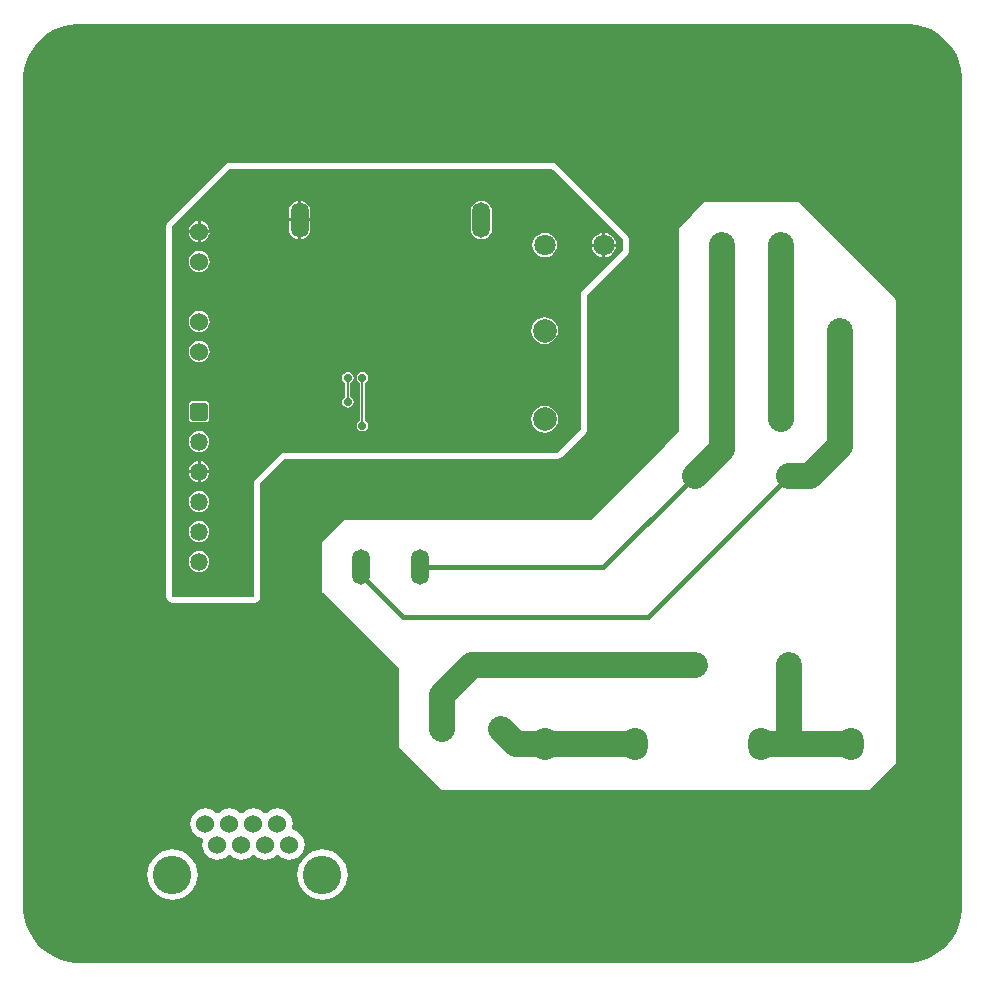
<source format=gbr>
%TF.GenerationSoftware,Altium Limited,Altium Designer,20.1.8 (145)*%
G04 Layer_Physical_Order=1*
G04 Layer_Color=2232046*
%FSLAX45Y45*%
%MOMM*%
%TF.SameCoordinates,6D2D8FCC-EB96-405E-AB85-A4400E8CD33B*%
%TF.FilePolarity,Positive*%
%TF.FileFunction,Copper,L1,Top,Signal*%
%TF.Part,Single*%
G01*
G75*
%TA.AperFunction,Conductor*%
%ADD10C,0.12700*%
%ADD11C,2.20000*%
%ADD12C,0.40640*%
%TA.AperFunction,ComponentPad*%
%ADD13C,1.52400*%
%ADD14C,3.25120*%
%ADD15C,1.80000*%
%ADD16C,2.00000*%
%ADD17C,1.50000*%
%ADD18O,2.20000X2.70000*%
%ADD19O,1.50000X3.00000*%
G04:AMPARAMS|DCode=20|XSize=1.5mm|YSize=1.45mm|CornerRadius=0.18125mm|HoleSize=0mm|Usage=FLASHONLY|Rotation=270.000|XOffset=0mm|YOffset=0mm|HoleType=Round|Shape=RoundedRectangle|*
%AMROUNDEDRECTD20*
21,1,1.50000,1.08750,0,0,270.0*
21,1,1.13750,1.45000,0,0,270.0*
1,1,0.36250,-0.54375,-0.56875*
1,1,0.36250,-0.54375,0.56875*
1,1,0.36250,0.54375,0.56875*
1,1,0.36250,0.54375,-0.56875*
%
%ADD20ROUNDEDRECTD20*%
%ADD21O,1.45000X1.50000*%
%TA.AperFunction,ViaPad*%
%ADD22C,5.00000*%
%ADD23C,0.70000*%
G36*
X7592691Y7965991D02*
X7652723Y7949906D01*
X7710141Y7926122D01*
X7763962Y7895049D01*
X7813268Y7857215D01*
X7857214Y7813269D01*
X7895049Y7763961D01*
X7926122Y7710141D01*
X7949906Y7652723D01*
X7965991Y7592691D01*
X7974104Y7531074D01*
X7974103Y7500000D01*
X7974104Y500000D01*
Y468926D01*
X7965991Y407308D01*
X7949906Y347277D01*
X7926122Y289858D01*
X7895049Y236038D01*
X7857215Y186731D01*
X7813269Y142786D01*
X7763961Y104950D01*
X7710141Y73877D01*
X7652723Y50093D01*
X7592692Y34008D01*
X7531074Y25896D01*
X468926D01*
X407308Y34008D01*
X347277Y50093D01*
X289858Y73877D01*
X236038Y104950D01*
X186731Y142785D01*
X142786Y186730D01*
X104950Y236038D01*
X73877Y289858D01*
X50093Y347277D01*
X34008Y407308D01*
X25896Y468926D01*
X25897Y500000D01*
X25896Y7500000D01*
Y7531074D01*
X34008Y7592692D01*
X50093Y7652723D01*
X73877Y7710141D01*
X104950Y7763962D01*
X142785Y7813268D01*
X186730Y7857214D01*
X236038Y7895049D01*
X289858Y7926122D01*
X347277Y7949906D01*
X407308Y7965991D01*
X468926Y7974104D01*
X7531074D01*
X7592691Y7965991D01*
D02*
G37*
%LPC*%
G36*
X4501593Y6799385D02*
X1773404Y6799383D01*
X1753894Y6795503D01*
X1737356Y6784452D01*
X1251552Y6298648D01*
X1240501Y6282109D01*
X1236620Y6262600D01*
X1236622Y3124201D01*
X1240502Y3104692D01*
X1251554Y3088153D01*
X1268092Y3077102D01*
X1287601Y3073221D01*
X1981199Y3073219D01*
X2000709Y3077100D01*
X2017248Y3088151D01*
X2028299Y3104689D01*
X2032179Y3124198D01*
X2032178Y4085081D01*
X2239508Y4292411D01*
X4546605Y4292424D01*
X4566114Y4296305D01*
X4582653Y4307356D01*
X4785850Y4510554D01*
X4796900Y4527093D01*
X4800781Y4546602D01*
X4800781Y5678685D01*
X5135868Y6013772D01*
X5135868Y6013772D01*
X5135869Y6013773D01*
X5141366Y6022000D01*
X5146919Y6030311D01*
X5146919Y6030312D01*
X5146919Y6030312D01*
X5148693Y6039233D01*
X5150799Y6049820D01*
X5150799Y6049821D01*
X5150799Y6049821D01*
X5150796Y6150185D01*
X5146915Y6169694D01*
X5141876Y6177235D01*
X5135865Y6186232D01*
X4537641Y6784454D01*
X4521102Y6795505D01*
X4501593Y6799385D01*
D02*
G37*
G36*
X6589443Y6461617D02*
X5790426Y6461498D01*
X5689169Y6360226D01*
X5683454Y6355345D01*
X5678564Y6349620D01*
X5578038Y6249079D01*
X5578037Y6104455D01*
X5577687Y6100000D01*
Y4524818D01*
X5455654Y4402786D01*
X5454204Y4401088D01*
X4826930Y3773814D01*
X2747725Y3773786D01*
X2556290Y3582353D01*
X2556294Y3162173D01*
X3201585Y2516865D01*
X3201586Y1852656D01*
X3568430Y1485833D01*
X7183649Y1485828D01*
X7287141Y1589320D01*
X7291046Y1592654D01*
X7294380Y1596559D01*
X7412582Y1714760D01*
X7412583Y5638616D01*
X6589443Y6461617D01*
D02*
G37*
G36*
X2176600Y1330089D02*
X2143655Y1325751D01*
X2112955Y1313035D01*
X2086593Y1292807D01*
X2083890Y1289284D01*
X2066110D01*
X2063407Y1292807D01*
X2037044Y1313035D01*
X2006345Y1325751D01*
X1973400Y1330089D01*
X1940455Y1325751D01*
X1909755Y1313035D01*
X1883393Y1292807D01*
X1880690Y1289284D01*
X1862910D01*
X1860207Y1292807D01*
X1833844Y1313035D01*
X1803145Y1325751D01*
X1770200Y1330089D01*
X1737255Y1325751D01*
X1706555Y1313035D01*
X1680193Y1292807D01*
X1677490Y1289284D01*
X1659710D01*
X1657007Y1292807D01*
X1630644Y1313035D01*
X1599945Y1325751D01*
X1567000Y1330089D01*
X1534055Y1325751D01*
X1503355Y1313035D01*
X1476993Y1292807D01*
X1456765Y1266445D01*
X1444048Y1235745D01*
X1439711Y1202800D01*
X1444048Y1169855D01*
X1456765Y1139155D01*
X1476993Y1112793D01*
X1503355Y1092565D01*
X1534055Y1079848D01*
X1539174Y1079175D01*
X1548064Y1063776D01*
X1545648Y1057945D01*
X1541311Y1025000D01*
X1545648Y992055D01*
X1558365Y961355D01*
X1578593Y934993D01*
X1604955Y914765D01*
X1635655Y902048D01*
X1668600Y897711D01*
X1701545Y902048D01*
X1732244Y914765D01*
X1758607Y934993D01*
X1761310Y938516D01*
X1779090D01*
X1781793Y934993D01*
X1808155Y914765D01*
X1838855Y902048D01*
X1871800Y897711D01*
X1904745Y902048D01*
X1935444Y914765D01*
X1961807Y934993D01*
X1964510Y938516D01*
X1982290D01*
X1984993Y934993D01*
X2011355Y914765D01*
X2042055Y902048D01*
X2075000Y897711D01*
X2107945Y902048D01*
X2138644Y914765D01*
X2165007Y934993D01*
X2167710Y938516D01*
X2185490D01*
X2188193Y934993D01*
X2214555Y914765D01*
X2245255Y902048D01*
X2278200Y897711D01*
X2311145Y902048D01*
X2341844Y914765D01*
X2368207Y934993D01*
X2388435Y961355D01*
X2401151Y992055D01*
X2405489Y1025000D01*
X2401151Y1057945D01*
X2388435Y1088645D01*
X2368207Y1115007D01*
X2341844Y1135235D01*
X2311145Y1147951D01*
X2306026Y1148625D01*
X2297136Y1164024D01*
X2299551Y1169855D01*
X2303889Y1202800D01*
X2299551Y1235745D01*
X2286835Y1266445D01*
X2266607Y1292807D01*
X2240244Y1313035D01*
X2209545Y1325751D01*
X2176600Y1330089D01*
D02*
G37*
G36*
X2557600Y984588D02*
X2515931Y980484D01*
X2475863Y968330D01*
X2438937Y948592D01*
X2406570Y922030D01*
X2380008Y889663D01*
X2360270Y852737D01*
X2348116Y812669D01*
X2344012Y771000D01*
X2348116Y729331D01*
X2360270Y689263D01*
X2380008Y652337D01*
X2406570Y619970D01*
X2438937Y593408D01*
X2475863Y573670D01*
X2515931Y561516D01*
X2557600Y557412D01*
X2599269Y561516D01*
X2639337Y573670D01*
X2676263Y593408D01*
X2708630Y619970D01*
X2735192Y652337D01*
X2754930Y689263D01*
X2767084Y729331D01*
X2771188Y771000D01*
X2767084Y812669D01*
X2754930Y852737D01*
X2735192Y889663D01*
X2708630Y922030D01*
X2676263Y948592D01*
X2639337Y968330D01*
X2599269Y980484D01*
X2557600Y984588D01*
D02*
G37*
G36*
X1287600D02*
X1245931Y980484D01*
X1205863Y968330D01*
X1168937Y948592D01*
X1136570Y922030D01*
X1110008Y889663D01*
X1090270Y852737D01*
X1078116Y812669D01*
X1074012Y771000D01*
X1078116Y729331D01*
X1090270Y689263D01*
X1110008Y652337D01*
X1136570Y619970D01*
X1168937Y593408D01*
X1205863Y573670D01*
X1245931Y561516D01*
X1287600Y557412D01*
X1329269Y561516D01*
X1369337Y573670D01*
X1406263Y593408D01*
X1438630Y619970D01*
X1465192Y652337D01*
X1484930Y689263D01*
X1497084Y729331D01*
X1501188Y771000D01*
X1497084Y812669D01*
X1484930Y852737D01*
X1465192Y889663D01*
X1438630Y922030D01*
X1406263Y948592D01*
X1369337Y968330D01*
X1329269Y980484D01*
X1287600Y984588D01*
D02*
G37*
%LPD*%
G36*
X5099817Y6150184D02*
X5099820Y6049820D01*
X4749801Y5699801D01*
X4749802Y4546602D01*
X4546605Y4343404D01*
X2218391Y4343391D01*
X1981198Y4106197D01*
X1981200Y3124199D01*
X1287601Y3124201D01*
X1287600Y6262600D01*
X1773404Y6748404D01*
X4501593Y6748406D01*
X5099817Y6150184D01*
D02*
G37*
%LPC*%
G36*
X2375898Y6474385D02*
Y6325299D01*
X2451657D01*
Y6387600D01*
X2448643Y6410495D01*
X2439806Y6431829D01*
X2425748Y6450149D01*
X2407428Y6464206D01*
X2386094Y6473043D01*
X2375898Y6474385D01*
D02*
G37*
G36*
X2350498Y6474385D02*
X2340306Y6473043D01*
X2318972Y6464206D01*
X2300652Y6450149D01*
X2286594Y6431829D01*
X2277757Y6410495D01*
X2274743Y6387600D01*
Y6325299D01*
X2350498D01*
Y6474385D01*
D02*
G37*
G36*
X1525900Y6302995D02*
Y6227696D01*
X1601196D01*
X1599812Y6238207D01*
X1590854Y6259834D01*
X1576604Y6278404D01*
X1558034Y6292654D01*
X1536408Y6301612D01*
X1525900Y6302995D01*
D02*
G37*
G36*
X1500500D02*
X1489993Y6301612D01*
X1468367Y6292654D01*
X1449796Y6278404D01*
X1435546Y6259834D01*
X1426588Y6238207D01*
X1425205Y6227696D01*
X1500500D01*
Y6302995D01*
D02*
G37*
G36*
X2350498Y6299899D02*
X2274743D01*
Y6237600D01*
X2277757Y6214706D01*
X2286594Y6193372D01*
X2300652Y6175052D01*
X2318972Y6160995D01*
X2340306Y6152158D01*
X2350498Y6150816D01*
Y6299899D01*
D02*
G37*
G36*
X2451657D02*
X2375898D01*
Y6150815D01*
X2386094Y6152158D01*
X2407428Y6160995D01*
X2425748Y6175052D01*
X2439806Y6193372D01*
X2448643Y6214706D01*
X2451657Y6237600D01*
Y6299899D01*
D02*
G37*
G36*
X3903200Y6476057D02*
X3880306Y6473043D01*
X3858972Y6464206D01*
X3840652Y6450149D01*
X3826594Y6431829D01*
X3817757Y6410495D01*
X3814743Y6387600D01*
Y6237600D01*
X3817757Y6214706D01*
X3826594Y6193372D01*
X3840652Y6175052D01*
X3858972Y6160995D01*
X3880306Y6152158D01*
X3903200Y6149144D01*
X3926094Y6152158D01*
X3947428Y6160995D01*
X3965748Y6175052D01*
X3979806Y6193372D01*
X3988643Y6214706D01*
X3991656Y6237600D01*
Y6387600D01*
X3988643Y6410495D01*
X3979806Y6431829D01*
X3965748Y6450149D01*
X3947428Y6464206D01*
X3926094Y6473043D01*
X3903200Y6476057D01*
D02*
G37*
G36*
X1500500Y6202296D02*
X1425206D01*
X1426588Y6191793D01*
X1435546Y6170166D01*
X1449796Y6151596D01*
X1468367Y6137346D01*
X1489993Y6128388D01*
X1500500Y6127005D01*
Y6202296D01*
D02*
G37*
G36*
X1601195D02*
X1525900D01*
Y6127005D01*
X1536408Y6128388D01*
X1558034Y6137346D01*
X1576604Y6151596D01*
X1590854Y6170166D01*
X1599812Y6191793D01*
X1601195Y6202296D01*
D02*
G37*
G36*
X4951500Y6201914D02*
Y6112700D01*
X5040714D01*
X5038856Y6126810D01*
X5028508Y6151793D01*
X5012046Y6173246D01*
X4990593Y6189708D01*
X4965610Y6200056D01*
X4951500Y6201914D01*
D02*
G37*
G36*
X4926100D02*
X4911990Y6200056D01*
X4887007Y6189708D01*
X4865553Y6173246D01*
X4849092Y6151793D01*
X4838743Y6126810D01*
X4836886Y6112700D01*
X4926100D01*
Y6201914D01*
D02*
G37*
G36*
X5040714Y6087300D02*
X4951500D01*
Y5998086D01*
X4965610Y5999943D01*
X4990593Y6010292D01*
X5012046Y6026753D01*
X5028508Y6048207D01*
X5038856Y6073190D01*
X5040714Y6087300D01*
D02*
G37*
G36*
X4926100D02*
X4836886D01*
X4838743Y6073190D01*
X4849092Y6048207D01*
X4865553Y6026753D01*
X4887007Y6010292D01*
X4911990Y5999943D01*
X4926100Y5998086D01*
Y6087300D01*
D02*
G37*
G36*
X4438800Y6203586D02*
X4411990Y6200056D01*
X4387007Y6189708D01*
X4365553Y6173246D01*
X4349092Y6151793D01*
X4338743Y6126810D01*
X4335214Y6100000D01*
X4338743Y6073190D01*
X4349092Y6048207D01*
X4365553Y6026753D01*
X4387007Y6010292D01*
X4411990Y5999943D01*
X4438800Y5996414D01*
X4465610Y5999943D01*
X4490593Y6010292D01*
X4512046Y6026753D01*
X4528508Y6048207D01*
X4538856Y6073190D01*
X4542386Y6100000D01*
X4538856Y6126810D01*
X4528508Y6151793D01*
X4512046Y6173246D01*
X4490593Y6189708D01*
X4465610Y6200056D01*
X4438800Y6203586D01*
D02*
G37*
G36*
X1513200Y6050667D02*
X1489993Y6047612D01*
X1468367Y6038654D01*
X1449796Y6024404D01*
X1435546Y6005834D01*
X1426588Y5984207D01*
X1423533Y5961000D01*
X1426588Y5937793D01*
X1435546Y5916166D01*
X1449796Y5897596D01*
X1468367Y5883346D01*
X1489993Y5874388D01*
X1513200Y5871333D01*
X1536408Y5874388D01*
X1558034Y5883346D01*
X1576604Y5897596D01*
X1590854Y5916166D01*
X1599812Y5937793D01*
X1602867Y5961000D01*
X1599812Y5984207D01*
X1590854Y6005834D01*
X1576604Y6024404D01*
X1558034Y6038654D01*
X1536408Y6047612D01*
X1513200Y6050667D01*
D02*
G37*
G36*
Y5542667D02*
X1489993Y5539612D01*
X1468367Y5530654D01*
X1449796Y5516404D01*
X1435546Y5497834D01*
X1426588Y5476207D01*
X1423533Y5453000D01*
X1426588Y5429793D01*
X1435546Y5408166D01*
X1449796Y5389596D01*
X1468367Y5375346D01*
X1489993Y5366388D01*
X1513200Y5363333D01*
X1536408Y5366388D01*
X1558034Y5375346D01*
X1576604Y5389596D01*
X1590854Y5408166D01*
X1599812Y5429793D01*
X1602867Y5453000D01*
X1599812Y5476207D01*
X1590854Y5497834D01*
X1576604Y5516404D01*
X1558034Y5530654D01*
X1536408Y5539612D01*
X1513200Y5542667D01*
D02*
G37*
G36*
X4438800Y5489673D02*
X4409379Y5485799D01*
X4381964Y5474443D01*
X4358421Y5456378D01*
X4340357Y5432836D01*
X4329000Y5405420D01*
X4325127Y5376000D01*
X4329000Y5346579D01*
X4340357Y5319164D01*
X4358421Y5295621D01*
X4381964Y5277557D01*
X4409379Y5266201D01*
X4438800Y5262327D01*
X4468220Y5266201D01*
X4495636Y5277557D01*
X4519178Y5295621D01*
X4537243Y5319164D01*
X4548599Y5346579D01*
X4552472Y5376000D01*
X4548599Y5405420D01*
X4537243Y5432836D01*
X4519178Y5456378D01*
X4495636Y5474443D01*
X4468220Y5485799D01*
X4438800Y5489673D01*
D02*
G37*
G36*
X1513200Y5288667D02*
X1489993Y5285612D01*
X1468367Y5276654D01*
X1449796Y5262404D01*
X1435546Y5243834D01*
X1426588Y5222207D01*
X1423533Y5199000D01*
X1426588Y5175793D01*
X1435546Y5154166D01*
X1449796Y5135596D01*
X1468367Y5121346D01*
X1489993Y5112388D01*
X1513200Y5109333D01*
X1536408Y5112388D01*
X1558034Y5121346D01*
X1576604Y5135596D01*
X1590854Y5154166D01*
X1599812Y5175793D01*
X1602867Y5199000D01*
X1599812Y5222207D01*
X1590854Y5243834D01*
X1576604Y5262404D01*
X1558034Y5276654D01*
X1536408Y5285612D01*
X1513200Y5288667D01*
D02*
G37*
G36*
X2771600Y5026894D02*
X2752988Y5023192D01*
X2737210Y5012650D01*
X2726667Y4996872D01*
X2722965Y4978260D01*
X2726667Y4959648D01*
X2737210Y4943870D01*
X2752177Y4933870D01*
Y4816590D01*
X2737210Y4806590D01*
X2726667Y4790812D01*
X2722965Y4772200D01*
X2726667Y4753589D01*
X2737210Y4737810D01*
X2752988Y4727268D01*
X2771600Y4723566D01*
X2790211Y4727268D01*
X2805990Y4737810D01*
X2816532Y4753589D01*
X2820234Y4772200D01*
X2816532Y4790812D01*
X2805990Y4806590D01*
X2791023Y4816590D01*
Y4933870D01*
X2805990Y4943870D01*
X2816532Y4959648D01*
X2820234Y4978260D01*
X2816532Y4996872D01*
X2805990Y5012650D01*
X2790211Y5023192D01*
X2771600Y5026894D01*
D02*
G37*
G36*
X1567575Y4779304D02*
X1458825D01*
X1446798Y4776911D01*
X1436601Y4770099D01*
X1429789Y4759902D01*
X1427396Y4747875D01*
Y4634125D01*
X1429789Y4622098D01*
X1436601Y4611901D01*
X1446798Y4605089D01*
X1458825Y4602696D01*
X1567575D01*
X1579603Y4605089D01*
X1589799Y4611901D01*
X1596612Y4622098D01*
X1599004Y4634125D01*
Y4747875D01*
X1596612Y4759902D01*
X1589799Y4770099D01*
X1579603Y4776911D01*
X1567575Y4779304D01*
D02*
G37*
G36*
X2895600Y5026894D02*
X2876988Y5023192D01*
X2861210Y5012650D01*
X2850668Y4996872D01*
X2846966Y4978260D01*
X2850668Y4959648D01*
X2861210Y4943870D01*
X2876177Y4933870D01*
Y4616390D01*
X2861210Y4606390D01*
X2850668Y4590612D01*
X2846966Y4572000D01*
X2850668Y4553388D01*
X2861210Y4537610D01*
X2876988Y4527068D01*
X2895600Y4523366D01*
X2914212Y4527068D01*
X2929990Y4537610D01*
X2940532Y4553388D01*
X2944234Y4572000D01*
X2940532Y4590612D01*
X2929990Y4606390D01*
X2915023Y4616390D01*
Y4933870D01*
X2929990Y4943870D01*
X2940532Y4959648D01*
X2944234Y4978260D01*
X2940532Y4996872D01*
X2929990Y5012650D01*
X2914212Y5023192D01*
X2895600Y5026894D01*
D02*
G37*
G36*
X4438800Y4739673D02*
X4409379Y4735799D01*
X4381964Y4724443D01*
X4358421Y4706378D01*
X4340357Y4682836D01*
X4329000Y4655420D01*
X4325127Y4626000D01*
X4329000Y4596579D01*
X4340357Y4569164D01*
X4358421Y4545621D01*
X4381964Y4527557D01*
X4409379Y4516201D01*
X4438800Y4512327D01*
X4468220Y4516201D01*
X4495636Y4527557D01*
X4519178Y4545621D01*
X4537243Y4569164D01*
X4548599Y4596579D01*
X4552472Y4626000D01*
X4548599Y4655420D01*
X4537243Y4682836D01*
X4519178Y4706378D01*
X4495636Y4724443D01*
X4468220Y4735799D01*
X4438800Y4739673D01*
D02*
G37*
G36*
X1513200Y4525435D02*
X1490959Y4522507D01*
X1470233Y4513922D01*
X1452435Y4500265D01*
X1438778Y4482467D01*
X1430193Y4461741D01*
X1427265Y4439500D01*
Y4434500D01*
X1430193Y4412259D01*
X1438778Y4391533D01*
X1452435Y4373735D01*
X1470233Y4360078D01*
X1490959Y4351493D01*
X1513200Y4348565D01*
X1535442Y4351493D01*
X1556168Y4360078D01*
X1573965Y4373735D01*
X1587622Y4391533D01*
X1596207Y4412259D01*
X1599135Y4434500D01*
Y4439500D01*
X1596207Y4461741D01*
X1587622Y4482467D01*
X1573965Y4500265D01*
X1556168Y4513922D01*
X1535442Y4522507D01*
X1513200Y4525435D01*
D02*
G37*
G36*
X1525904Y4269762D02*
Y4195700D01*
X1597792D01*
X1596207Y4207741D01*
X1587622Y4228467D01*
X1573965Y4246265D01*
X1556168Y4259922D01*
X1535442Y4268507D01*
X1525904Y4269762D01*
D02*
G37*
G36*
X1500504Y4269763D02*
X1490959Y4268507D01*
X1470233Y4259922D01*
X1452435Y4246265D01*
X1438778Y4228467D01*
X1430193Y4207741D01*
X1428608Y4195700D01*
X1500504D01*
Y4269763D01*
D02*
G37*
G36*
X1597792Y4170300D02*
X1525904D01*
Y4096238D01*
X1535442Y4097493D01*
X1556168Y4106078D01*
X1573965Y4119735D01*
X1587622Y4137533D01*
X1596207Y4158259D01*
X1597792Y4170300D01*
D02*
G37*
G36*
X1500504D02*
X1428608D01*
X1430193Y4158259D01*
X1438778Y4137533D01*
X1452435Y4119735D01*
X1470233Y4106078D01*
X1490959Y4097493D01*
X1500504Y4096237D01*
Y4170300D01*
D02*
G37*
G36*
X1513200Y4017435D02*
X1490959Y4014507D01*
X1470233Y4005922D01*
X1452435Y3992265D01*
X1438778Y3974467D01*
X1430193Y3953741D01*
X1427265Y3931500D01*
Y3926500D01*
X1430193Y3904259D01*
X1438778Y3883533D01*
X1452435Y3865735D01*
X1470233Y3852078D01*
X1490959Y3843493D01*
X1513200Y3840565D01*
X1535442Y3843493D01*
X1556168Y3852078D01*
X1573965Y3865735D01*
X1587622Y3883533D01*
X1596207Y3904259D01*
X1599135Y3926500D01*
Y3931500D01*
X1596207Y3953741D01*
X1587622Y3974467D01*
X1573965Y3992265D01*
X1556168Y4005922D01*
X1535442Y4014507D01*
X1513200Y4017435D01*
D02*
G37*
G36*
Y3763435D02*
X1490959Y3760507D01*
X1470233Y3751922D01*
X1452435Y3738265D01*
X1438778Y3720467D01*
X1430193Y3699741D01*
X1427265Y3677500D01*
Y3672500D01*
X1430193Y3650259D01*
X1438778Y3629533D01*
X1452435Y3611735D01*
X1470233Y3598078D01*
X1490959Y3589493D01*
X1513200Y3586565D01*
X1535442Y3589493D01*
X1556168Y3598078D01*
X1573965Y3611735D01*
X1587622Y3629533D01*
X1596207Y3650259D01*
X1599135Y3672500D01*
Y3677500D01*
X1596207Y3699741D01*
X1587622Y3720467D01*
X1573965Y3738265D01*
X1556168Y3751922D01*
X1535442Y3760507D01*
X1513200Y3763435D01*
D02*
G37*
G36*
Y3509435D02*
X1490959Y3506507D01*
X1470233Y3497922D01*
X1452435Y3484265D01*
X1438778Y3466467D01*
X1430193Y3445741D01*
X1427265Y3423500D01*
Y3418500D01*
X1430193Y3396259D01*
X1438778Y3375533D01*
X1452435Y3357735D01*
X1470233Y3344078D01*
X1490959Y3335493D01*
X1513200Y3332565D01*
X1535442Y3335493D01*
X1556168Y3344078D01*
X1573965Y3357735D01*
X1587622Y3375533D01*
X1596207Y3396259D01*
X1599135Y3418500D01*
Y3423500D01*
X1596207Y3445741D01*
X1587622Y3466467D01*
X1573965Y3484265D01*
X1556168Y3497922D01*
X1535442Y3506507D01*
X1513200Y3509435D01*
D02*
G37*
%LPD*%
D10*
X2771600Y4772200D02*
Y4978260D01*
X2895600Y4572000D02*
Y4978260D01*
D11*
X6938800Y4397130D02*
Y5376000D01*
X6689110Y4147440D02*
X6938800Y4397130D01*
X6511000Y4147440D02*
X6689110D01*
X5711000D02*
X5938800Y4375240D01*
Y6100000D01*
X6511000Y1873000D02*
Y2547440D01*
X6273700Y1873000D02*
X6511000D01*
X6511000Y1873000D01*
Y1873000D02*
X7035700D01*
X4444900D02*
X5206900D01*
X4193820D02*
X4444900D01*
X4066820Y2000000D02*
X4193820Y1873000D01*
X6438800Y5376000D02*
Y6100000D01*
Y4626000D02*
Y5376000D01*
X3566820Y2000000D02*
Y2291820D01*
X3822440Y2547440D01*
X5711000D01*
D12*
X3383200Y3372600D02*
X4936160D01*
X5711000Y4147440D01*
X3240164Y2952280D02*
X5315840D01*
X6511000Y4147440D01*
X2883200Y3309244D02*
Y3372600D01*
Y3309244D02*
X3240164Y2952280D01*
D13*
X1513200Y5199000D02*
D03*
Y5453000D02*
D03*
X1668600Y1025000D02*
D03*
X1567000Y1202800D02*
D03*
X1871800Y1025000D02*
D03*
X1770200Y1202800D02*
D03*
X2075000Y1025000D02*
D03*
X1973400Y1202800D02*
D03*
X2278200Y1025000D02*
D03*
X2176600Y1202800D02*
D03*
X1513200Y5961000D02*
D03*
Y6215000D02*
D03*
D14*
X2557600Y771000D02*
D03*
X1287600D02*
D03*
D15*
X4438800Y6100000D02*
D03*
X4938800D02*
D03*
X5438800D02*
D03*
X5938800D02*
D03*
X6438800D02*
D03*
X3066820Y2000000D02*
D03*
X3566820D02*
D03*
X4066820D02*
D03*
D16*
X6938800Y4626000D02*
D03*
Y5376000D02*
D03*
X6438800Y4626000D02*
D03*
Y5376000D02*
D03*
X4438800D02*
D03*
Y4626000D02*
D03*
D17*
X5711000Y2547440D02*
D03*
X6511000D02*
D03*
Y4147440D02*
D03*
X5711000D02*
D03*
D18*
X5206900Y1873000D02*
D03*
X4444900D02*
D03*
X7035700D02*
D03*
X6273700D02*
D03*
D19*
X3903200Y6312600D02*
D03*
X2363200D02*
D03*
X3383200Y3372600D02*
D03*
X2883200D02*
D03*
D20*
X1513200Y4691000D02*
D03*
D21*
Y4437000D02*
D03*
Y4183000D02*
D03*
Y3929000D02*
D03*
Y3675000D02*
D03*
Y3421000D02*
D03*
D22*
X7500000Y7500000D02*
D03*
X500000D02*
D03*
X7500000Y500000D02*
D03*
X500000D02*
D03*
D23*
X4066540Y5349700D02*
D03*
X3710877Y4890936D02*
D03*
X3911259Y4721000D02*
D03*
X3809460Y4797304D02*
D03*
X3707583Y4721000D02*
D03*
X3373120Y5568136D02*
D03*
X1875956Y5288276D02*
D03*
X2188724Y5080000D02*
D03*
Y5257800D02*
D03*
X2188724Y5435600D02*
D03*
X3383460Y4557020D02*
D03*
X2771600Y4772200D02*
D03*
X2895600Y4978260D02*
D03*
Y4572000D02*
D03*
X2771600Y4978260D02*
D03*
X1677560Y3197480D02*
D03*
X1575960D02*
D03*
X1474360D02*
D03*
X1372760D02*
D03*
X2514161Y5856860D02*
D03*
X2761500D02*
D03*
X3994790Y5536460D02*
D03*
X3464292Y6040200D02*
D03*
X3548380Y5800080D02*
D03*
X3053360Y6185849D02*
D03*
%TF.MD5,70d3f230cebb0beb8b073e50ff1cc3d1*%
M02*

</source>
